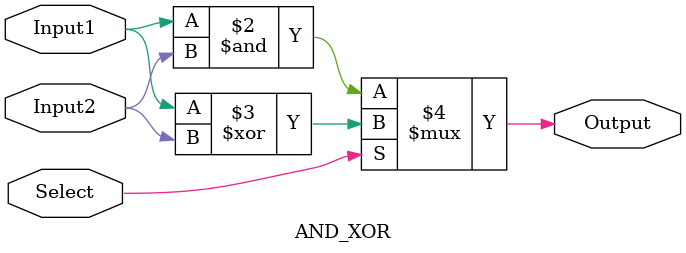
<source format=v>
module AND_XOR(Input1, Input2, Select, Output);
	input Input1;
	input Input2;
	input Select;
	output Output;
	//Select 1 => AND Gate
	//Select 0 0> XOR Gate
	
	assign Output = (Select == 1'b0) ? (Input1 & Input2) : (Input1 ^ Input2);
	
endmodule

</source>
